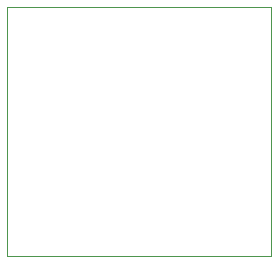
<source format=gko>
G04 #@! TF.FileFunction,Profile,NP*
%FSLAX46Y46*%
G04 Gerber Fmt 4.6, Leading zero omitted, Abs format (unit mm)*
G04 Created by KiCad (PCBNEW (2014-12-04 BZR 5312)-product) date 4/25/2015 1:25:45 PM*
%MOMM*%
G01*
G04 APERTURE LIST*
%ADD10C,0.100000*%
G04 APERTURE END LIST*
D10*
X120142000Y-50673000D02*
X120142000Y-29718000D01*
X142494000Y-50673000D02*
X120142000Y-50673000D01*
X142494000Y-29718000D02*
X142494000Y-50673000D01*
X120142000Y-48006000D02*
X120142000Y-47752000D01*
X142494000Y-47752000D02*
X142494000Y-48006000D01*
X142494000Y-29591000D02*
X142494000Y-29718000D01*
X120142000Y-29591000D02*
X142494000Y-29591000D01*
X120142000Y-29718000D02*
X120142000Y-29591000D01*
M02*

</source>
